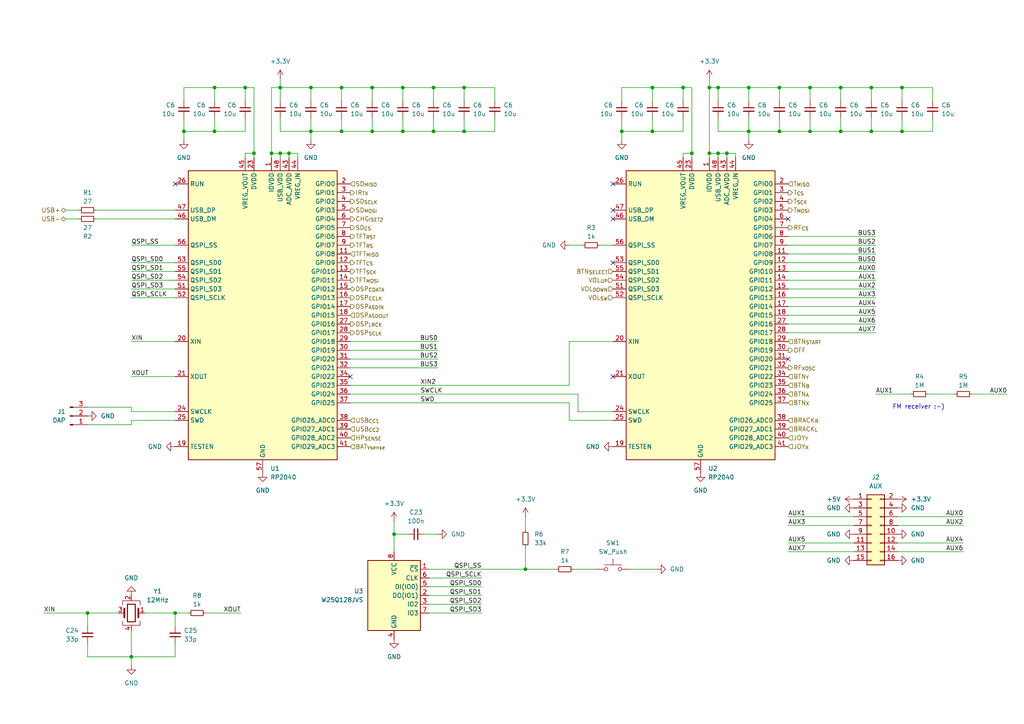
<source format=kicad_sch>
(kicad_sch (version 20250114) (generator "eeschema") (generator_version "9.0")
  (paper "A4")
  (title_block (title "Křeček") (date "2023-12-20") (rev "v0.9-wip") (company "DDM Spirála"))
  (text "FM receiver :-)" (at 266.446 118.11 0) (effects (font (size 1.27 1.27))))
  (junction (at 78.74 44.45))
  (junction (at 198.12 25.4))
  (junction (at 261.62 25.4))
  (junction (at 189.23 25.4))
  (junction (at 116.84 25.4))
  (junction (at 205.74 44.45))
  (junction (at 134.62 25.4))
  (junction (at 125.73 38.1))
  (junction (at 189.23 38.1))
  (junction (at 208.28 25.4))
  (junction (at 71.12 25.4))
  (junction (at 261.62 38.1))
  (junction (at 217.17 38.1))
  (junction (at 234.95 38.1))
  (junction (at 226.06 38.1))
  (junction (at 90.17 25.4))
  (junction (at 226.06 25.4))
  (junction (at 217.17 25.4))
  (junction (at 125.73 25.4))
  (junction (at 107.95 38.1))
  (junction (at 73.66 44.45))
  (junction (at 252.73 38.1))
  (junction (at 210.82 44.45))
  (junction (at 53.34 38.1))
  (junction (at 99.06 38.1))
  (junction (at 205.74 25.4))
  (junction (at 90.17 38.1))
  (junction (at 62.23 25.4))
  (junction (at 208.28 44.45))
  (junction (at 81.28 25.4))
  (junction (at 99.06 25.4))
  (junction (at 81.28 44.45))
  (junction (at 234.95 25.4))
  (junction (at 180.34 38.1))
  (junction (at 107.95 25.4))
  (junction (at 243.84 25.4))
  (junction (at 116.84 38.1))
  (junction (at 38.1 190.5))
  (junction (at 50.8 177.8))
  (junction (at 243.84 38.1))
  (junction (at 62.23 38.1))
  (junction (at 134.62 38.1))
  (junction (at 152.4 165.1))
  (junction (at 114.3 154.94))
  (junction (at 83.82 44.45))
  (junction (at 252.73 25.4))
  (junction (at 25.4 177.8))
  (junction (at 200.66 44.45))
  (no_connect (at 228.6 104.14))
  (no_connect (at 50.8 53.34))
  (no_connect (at 177.8 53.34))
  (no_connect (at 101.6 109.22))
  (no_connect (at 177.8 109.22))
  (no_connect (at 177.8 76.2))
  (no_connect (at 177.8 63.5))
  (no_connect (at 177.8 60.96))
  (no_connect (at 228.6 63.5))
  (wire (pts (xy 228.6 86.36) (xy 254 86.36)))
  (wire (pts (xy 62.23 25.4) (xy 62.23 29.21)))
  (wire (pts (xy 180.34 34.29) (xy 180.34 38.1)))
  (wire (pts (xy 208.28 44.45) (xy 208.28 45.72)))
  (wire (pts (xy 12.7 177.8) (xy 25.4 177.8)))
  (wire (pts (xy 78.74 25.4) (xy 81.28 25.4)))
  (wire (pts (xy 19.05 60.96) (xy 22.86 60.96)))
  (wire (pts (xy 165.1 71.12) (xy 168.91 71.12)))
  (wire (pts (xy 226.06 34.29) (xy 226.06 38.1)))
  (wire (pts (xy 180.34 25.4) (xy 180.34 29.21)))
  (wire (pts (xy 71.12 44.45) (xy 73.66 44.45)))
  (wire (pts (xy 252.73 38.1) (xy 261.62 38.1)))
  (wire (pts (xy 50.8 177.8) (xy 54.61 177.8)))
  (wire (pts (xy 101.6 101.6) (xy 127 101.6)))
  (wire (pts (xy 228.6 91.44) (xy 254 91.44)))
  (wire (pts (xy 228.6 96.52) (xy 254 96.52)))
  (wire (pts (xy 38.1 86.36) (xy 50.8 86.36)))
  (wire (pts (xy 101.6 111.76) (xy 165.1 111.76)))
  (wire (pts (xy 270.51 25.4) (xy 270.51 29.21)))
  (wire (pts (xy 152.4 149.86) (xy 152.4 153.67)))
  (wire (pts (xy 73.66 44.45) (xy 73.66 45.72)))
  (wire (pts (xy 114.3 151.13) (xy 114.3 154.94)))
  (wire (pts (xy 134.62 25.4) (xy 134.62 29.21)))
  (wire (pts (xy 217.17 38.1) (xy 226.06 38.1)))
  (wire (pts (xy 125.73 25.4) (xy 125.73 29.21)))
  (wire (pts (xy 134.62 38.1) (xy 143.51 38.1)))
  (wire (pts (xy 53.34 25.4) (xy 62.23 25.4)))
  (wire (pts (xy 166.37 165.1) (xy 172.72 165.1)))
  (wire (pts (xy 228.6 88.9) (xy 254 88.9)))
  (wire (pts (xy 165.1 99.06) (xy 177.8 99.06)))
  (wire (pts (xy 124.46 175.26) (xy 139.7 175.26)))
  (wire (pts (xy 205.74 44.45) (xy 208.28 44.45)))
  (wire (pts (xy 125.73 34.29) (xy 125.73 38.1)))
  (wire (pts (xy 90.17 40.64) (xy 90.17 38.1)))
  (wire (pts (xy 205.74 44.45) (xy 205.74 45.72)))
  (wire (pts (xy 38.1 83.82) (xy 50.8 83.82)))
  (wire (pts (xy 25.4 118.11) (xy 38.1 118.11)))
  (wire (pts (xy 53.34 34.29) (xy 53.34 38.1)))
  (wire (pts (xy 38.1 119.38) (xy 50.8 119.38)))
  (wire (pts (xy 281.94 114.3) (xy 292.1 114.3)))
  (wire (pts (xy 198.12 45.72) (xy 198.12 44.45)))
  (wire (pts (xy 252.73 25.4) (xy 252.73 29.21)))
  (wire (pts (xy 50.8 121.92) (xy 38.1 121.92)))
  (wire (pts (xy 243.84 34.29) (xy 243.84 38.1)))
  (wire (pts (xy 226.06 25.4) (xy 226.06 29.21)))
  (wire (pts (xy 99.06 25.4) (xy 107.95 25.4)))
  (wire (pts (xy 101.6 116.84) (xy 165.1 116.84)))
  (wire (pts (xy 62.23 34.29) (xy 62.23 38.1)))
  (wire (pts (xy 101.6 114.3) (xy 167.64 114.3)))
  (wire (pts (xy 226.06 38.1) (xy 234.95 38.1)))
  (wire (pts (xy 124.46 177.8) (xy 139.7 177.8)))
  (wire (pts (xy 228.6 71.12) (xy 254 71.12)))
  (wire (pts (xy 200.66 25.4) (xy 200.66 44.45)))
  (wire (pts (xy 228.6 81.28) (xy 254 81.28)))
  (wire (pts (xy 234.95 34.29) (xy 234.95 38.1)))
  (wire (pts (xy 261.62 38.1) (xy 270.51 38.1)))
  (wire (pts (xy 25.4 190.5) (xy 38.1 190.5)))
  (wire (pts (xy 38.1 78.74) (xy 50.8 78.74)))
  (wire (pts (xy 38.1 118.11) (xy 38.1 119.38)))
  (wire (pts (xy 114.3 154.94) (xy 118.11 154.94)))
  (wire (pts (xy 25.4 177.8) (xy 34.29 177.8)))
  (wire (pts (xy 254 114.3) (xy 264.16 114.3)))
  (wire (pts (xy 53.34 38.1) (xy 62.23 38.1)))
  (wire (pts (xy 53.34 40.64) (xy 53.34 38.1)))
  (wire (pts (xy 243.84 25.4) (xy 252.73 25.4)))
  (wire (pts (xy 261.62 34.29) (xy 261.62 38.1)))
  (wire (pts (xy 71.12 25.4) (xy 73.66 25.4)))
  (wire (pts (xy 81.28 44.45) (xy 83.82 44.45)))
  (wire (pts (xy 247.65 149.86) (xy 228.6 149.86)))
  (wire (pts (xy 205.74 25.4) (xy 208.28 25.4)))
  (wire (pts (xy 208.28 25.4) (xy 217.17 25.4)))
  (wire (pts (xy 125.73 25.4) (xy 134.62 25.4)))
  (wire (pts (xy 78.74 44.45) (xy 81.28 44.45)))
  (wire (pts (xy 243.84 38.1) (xy 252.73 38.1)))
  (wire (pts (xy 200.66 44.45) (xy 200.66 45.72)))
  (wire (pts (xy 198.12 25.4) (xy 198.12 29.21)))
  (wire (pts (xy 38.1 193.04) (xy 38.1 190.5)))
  (wire (pts (xy 260.35 149.86) (xy 279.4 149.86)))
  (wire (pts (xy 261.62 25.4) (xy 270.51 25.4)))
  (wire (pts (xy 243.84 25.4) (xy 243.84 29.21)))
  (wire (pts (xy 189.23 25.4) (xy 189.23 29.21)))
  (wire (pts (xy 270.51 34.29) (xy 270.51 38.1)))
  (wire (pts (xy 228.6 78.74) (xy 254 78.74)))
  (wire (pts (xy 165.1 99.06) (xy 165.1 111.76)))
  (wire (pts (xy 50.8 177.8) (xy 50.8 181.61)))
  (wire (pts (xy 101.6 104.14) (xy 127 104.14)))
  (wire (pts (xy 27.94 63.5) (xy 50.8 63.5)))
  (wire (pts (xy 127 154.94) (xy 123.19 154.94)))
  (wire (pts (xy 180.34 25.4) (xy 189.23 25.4)))
  (wire (pts (xy 107.95 34.29) (xy 107.95 38.1)))
  (wire (pts (xy 107.95 38.1) (xy 116.84 38.1)))
  (wire (pts (xy 101.6 99.06) (xy 127 99.06)))
  (wire (pts (xy 38.1 81.28) (xy 50.8 81.28)))
  (wire (pts (xy 38.1 190.5) (xy 38.1 182.88)))
  (wire (pts (xy 217.17 34.29) (xy 217.17 38.1)))
  (wire (pts (xy 116.84 34.29) (xy 116.84 38.1)))
  (wire (pts (xy 177.8 121.92) (xy 165.1 121.92)))
  (wire (pts (xy 71.12 45.72) (xy 71.12 44.45)))
  (wire (pts (xy 99.06 34.29) (xy 99.06 38.1)))
  (wire (pts (xy 143.51 25.4) (xy 143.51 29.21)))
  (wire (pts (xy 99.06 38.1) (xy 107.95 38.1)))
  (wire (pts (xy 247.65 157.48) (xy 228.6 157.48)))
  (wire (pts (xy 134.62 34.29) (xy 134.62 38.1)))
  (wire (pts (xy 124.46 170.18) (xy 139.7 170.18)))
  (wire (pts (xy 165.1 121.92) (xy 165.1 116.84)))
  (wire (pts (xy 81.28 25.4) (xy 90.17 25.4)))
  (wire (pts (xy 217.17 40.64) (xy 217.17 38.1)))
  (wire (pts (xy 226.06 25.4) (xy 234.95 25.4)))
  (wire (pts (xy 217.17 25.4) (xy 217.17 29.21)))
  (wire (pts (xy 260.35 160.02) (xy 279.4 160.02)))
  (wire (pts (xy 38.1 190.5) (xy 50.8 190.5)))
  (wire (pts (xy 208.28 44.45) (xy 210.82 44.45)))
  (wire (pts (xy 62.23 38.1) (xy 71.12 38.1)))
  (wire (pts (xy 41.91 177.8) (xy 50.8 177.8)))
  (wire (pts (xy 228.6 68.58) (xy 254 68.58)))
  (wire (pts (xy 25.4 177.8) (xy 25.4 181.61)))
  (wire (pts (xy 107.95 25.4) (xy 116.84 25.4)))
  (wire (pts (xy 180.34 40.64) (xy 180.34 38.1)))
  (wire (pts (xy 208.28 25.4) (xy 208.28 29.21)))
  (wire (pts (xy 180.34 38.1) (xy 189.23 38.1)))
  (wire (pts (xy 38.1 121.92) (xy 38.1 123.19)))
  (wire (pts (xy 261.62 25.4) (xy 261.62 29.21)))
  (wire (pts (xy 81.28 38.1) (xy 90.17 38.1)))
  (wire (pts (xy 234.95 25.4) (xy 243.84 25.4)))
  (wire (pts (xy 116.84 25.4) (xy 116.84 29.21)))
  (wire (pts (xy 90.17 38.1) (xy 99.06 38.1)))
  (wire (pts (xy 217.17 25.4) (xy 226.06 25.4)))
  (wire (pts (xy 50.8 186.69) (xy 50.8 190.5)))
  (wire (pts (xy 210.82 44.45) (xy 213.36 44.45)))
  (wire (pts (xy 189.23 34.29) (xy 189.23 38.1)))
  (wire (pts (xy 252.73 34.29) (xy 252.73 38.1)))
  (wire (pts (xy 116.84 38.1) (xy 125.73 38.1)))
  (wire (pts (xy 25.4 186.69) (xy 25.4 190.5)))
  (wire (pts (xy 53.34 25.4) (xy 53.34 29.21)))
  (wire (pts (xy 38.1 123.19) (xy 25.4 123.19)))
  (wire (pts (xy 228.6 93.98) (xy 254 93.98)))
  (wire (pts (xy 81.28 44.45) (xy 81.28 45.72)))
  (wire (pts (xy 228.6 83.82) (xy 254 83.82)))
  (wire (pts (xy 228.6 76.2) (xy 254 76.2)))
  (wire (pts (xy 62.23 25.4) (xy 71.12 25.4)))
  (wire (pts (xy 90.17 25.4) (xy 99.06 25.4)))
  (wire (pts (xy 107.95 25.4) (xy 107.95 29.21)))
  (wire (pts (xy 124.46 167.64) (xy 139.7 167.64)))
  (wire (pts (xy 86.36 45.72) (xy 86.36 44.45)))
  (wire (pts (xy 228.6 73.66) (xy 254 73.66)))
  (wire (pts (xy 73.66 25.4) (xy 73.66 44.45)))
  (wire (pts (xy 260.35 157.48) (xy 279.4 157.48)))
  (wire (pts (xy 125.73 38.1) (xy 134.62 38.1)))
  (wire (pts (xy 116.84 25.4) (xy 125.73 25.4)))
  (wire (pts (xy 252.73 25.4) (xy 261.62 25.4)))
  (wire (pts (xy 124.46 165.1) (xy 152.4 165.1)))
  (wire (pts (xy 90.17 25.4) (xy 90.17 29.21)))
  (wire (pts (xy 205.74 22.86) (xy 205.74 25.4)))
  (wire (pts (xy 59.69 177.8) (xy 69.85 177.8)))
  (wire (pts (xy 182.88 165.1) (xy 190.5 165.1)))
  (wire (pts (xy 205.74 25.4) (xy 205.74 44.45)))
  (wire (pts (xy 90.17 34.29) (xy 90.17 38.1)))
  (wire (pts (xy 152.4 158.75) (xy 152.4 165.1)))
  (wire (pts (xy 38.1 99.06) (xy 50.8 99.06)))
  (wire (pts (xy 81.28 34.29) (xy 81.28 38.1)))
  (wire (pts (xy 269.24 114.3) (xy 276.86 114.3)))
  (wire (pts (xy 247.65 152.4) (xy 228.6 152.4)))
  (wire (pts (xy 38.1 71.12) (xy 50.8 71.12)))
  (wire (pts (xy 189.23 25.4) (xy 198.12 25.4)))
  (wire (pts (xy 167.64 114.3) (xy 167.64 119.38)))
  (wire (pts (xy 260.35 152.4) (xy 279.4 152.4)))
  (wire (pts (xy 134.62 25.4) (xy 143.51 25.4)))
  (wire (pts (xy 38.1 76.2) (xy 50.8 76.2)))
  (wire (pts (xy 173.99 71.12) (xy 177.8 71.12)))
  (wire (pts (xy 99.06 25.4) (xy 99.06 29.21)))
  (wire (pts (xy 81.28 22.86) (xy 81.28 25.4)))
  (wire (pts (xy 71.12 34.29) (xy 71.12 38.1)))
  (wire (pts (xy 78.74 25.4) (xy 78.74 44.45)))
  (wire (pts (xy 71.12 25.4) (xy 71.12 29.21)))
  (wire (pts (xy 167.64 119.38) (xy 177.8 119.38)))
  (wire (pts (xy 208.28 34.29) (xy 208.28 38.1)))
  (wire (pts (xy 198.12 44.45) (xy 200.66 44.45)))
  (wire (pts (xy 234.95 25.4) (xy 234.95 29.21)))
  (wire (pts (xy 83.82 44.45) (xy 83.82 45.72)))
  (wire (pts (xy 78.74 44.45) (xy 78.74 45.72)))
  (wire (pts (xy 143.51 34.29) (xy 143.51 38.1)))
  (wire (pts (xy 83.82 44.45) (xy 86.36 44.45)))
  (wire (pts (xy 198.12 34.29) (xy 198.12 38.1)))
  (wire (pts (xy 247.65 160.02) (xy 228.6 160.02)))
  (wire (pts (xy 210.82 44.45) (xy 210.82 45.72)))
  (wire (pts (xy 124.46 172.72) (xy 139.7 172.72)))
  (wire (pts (xy 198.12 25.4) (xy 200.66 25.4)))
  (wire (pts (xy 27.94 60.96) (xy 50.8 60.96)))
  (wire (pts (xy 234.95 38.1) (xy 243.84 38.1)))
  (wire (pts (xy 208.28 38.1) (xy 217.17 38.1)))
  (wire (pts (xy 101.6 106.68) (xy 127 106.68)))
  (wire (pts (xy 38.1 109.22) (xy 50.8 109.22)))
  (wire (pts (xy 114.3 154.94) (xy 114.3 160.02)))
  (wire (pts (xy 19.05 63.5) (xy 22.86 63.5)))
  (wire (pts (xy 152.4 165.1) (xy 161.29 165.1)))
  (wire (pts (xy 213.36 45.72) (xy 213.36 44.45)))
  (wire (pts (xy 81.28 25.4) (xy 81.28 29.21)))
  (wire (pts (xy 189.23 38.1) (xy 198.12 38.1)))
  (label "AUX0" (at 292.1 114.3 180))
  (label "QSPI_SS" (at 38.1 71.12 0))
  (label "AUX0" (at 279.4 149.86 180))
  (label "SWD" (at 121.92 116.84 0))
  (label "QSPI_SCLK" (at 38.1 86.36 0))
  (label "BUS0" (at 254 76.2 180))
  (label "AUX4" (at 254 88.9 180))
  (label "QSPI_SD0" (at 38.1 76.2 0))
  (label "AUX6" (at 279.4 160.02 180))
  (label "AUX3" (at 254 86.36 180))
  (label "AUX5" (at 228.6 157.48 0))
  (label "BUS3" (at 127 106.68 180))
  (label "AUX2" (at 279.4 152.4 180))
  (label "BUS1" (at 127 101.6 180))
  (label "BUS2" (at 127 104.14 180))
  (label "XOUT" (at 38.1 109.22 0))
  (label "QSPI_SD0" (at 139.7 170.18 180))
  (label "AUX1" (at 228.6 149.86 0))
  (label "AUX3" (at 228.6 152.4 0))
  (label "XIN" (at 12.7 177.8 0))
  (label "AUX4" (at 279.4 157.48 180))
  (label "AUX7" (at 254 96.52 180))
  (label "AUX6" (at 254 93.98 180))
  (label "BUS0" (at 127 99.06 180))
  (label "XIN2" (at 121.92 111.76 0))
  (label "QSPI_SD3" (at 139.7 177.8 180))
  (label "QSPI_SD2" (at 38.1 81.28 0))
  (label "BUS1" (at 254 73.66 180))
  (label "AUX7" (at 228.6 160.02 0))
  (label "AUX2" (at 254 83.82 180))
  (label "BUS3" (at 254 68.58 180))
  (label "BUS2" (at 254 71.12 180))
  (label "AUX5" (at 254 91.44 180))
  (label "AUX1" (at 254 114.3 0))
  (label "QSPI_SD2" (at 139.7 175.26 180))
  (label "QSPI_SD1" (at 139.7 172.72 180))
  (label "AUX0" (at 254 78.74 180))
  (label "QSPI_SCLK" (at 139.7 167.64 180))
  (label "AUX1" (at 254 81.28 180))
  (label "SWCLK" (at 121.92 114.3 0))
  (label "QSPI_SD1" (at 38.1 78.74 0))
  (label "QSPI_SD3" (at 38.1 83.82 0))
  (label "QSPI_SS" (at 139.7 165.1 180))
  (label "XOUT" (at 69.85 177.8 180))
  (label "XIN" (at 38.1 99.06 0))
  (hierarchical_label "SD_{MISO}" (shape input) (at 101.6 53.34 0))
  (hierarchical_label "JOY_{Y}" (shape input) (at 228.6 127 0))
  (hierarchical_label "BTN_{SELECT}" (shape input) (at 177.8 78.74 180))
  (hierarchical_label "IR_{TX}" (shape output) (at 101.6 55.88 0))
  (hierarchical_label "BRACK_{L}" (shape input) (at 228.6 124.46 0))
  (hierarchical_label "VOL_{UP}" (shape input) (at 177.8 81.28 180))
  (hierarchical_label "DSP_{ASDOUT}" (shape input) (at 101.6 91.44 0))
  (hierarchical_label "BTN_{Y}" (shape input) (at 228.6 109.22 0))
  (hierarchical_label "JOY_{X}" (shape input) (at 228.6 129.54 0))
  (hierarchical_label "BTN_{A}" (shape input) (at 228.6 114.3 0))
  (hierarchical_label "USB_{CC1}" (shape input) (at 101.6 121.92 0))
  (hierarchical_label "BTN_{START}" (shape input) (at 228.6 99.06 0))
  (hierarchical_label "USB-" (shape bidirectional) (at 19.05 63.5 180))
  (hierarchical_label "DSP_{CCLK}" (shape output) (at 101.6 86.36 0))
  (hierarchical_label "CHG_{ISET2}" (shape output) (at 101.6 63.5 0))
  (hierarchical_label "USB+" (shape bidirectional) (at 19.05 60.96 180))
  (hierarchical_label "DSP_{SCLK}" (shape output) (at 101.6 96.52 0))
  (hierarchical_label "BAT_{Vsense}" (shape input) (at 101.6 129.54 0))
  (hierarchical_label "T_{MISO}" (shape input) (at 228.6 53.34 0))
  (hierarchical_label "OFF" (shape output) (at 228.6 101.6 0))
  (hierarchical_label "T_{SCK}" (shape output) (at 228.6 58.42 0))
  (hierarchical_label "TFT_{RST}" (shape output) (at 101.6 68.58 0))
  (hierarchical_label "TFT_{CS}" (shape output) (at 101.6 76.2 0))
  (hierarchical_label "SD_{CS}" (shape output) (at 101.6 66.04 0))
  (hierarchical_label "DSP_{ASDIN}" (shape output) (at 101.6 88.9 0))
  (hierarchical_label "BTN_{X}" (shape input) (at 228.6 116.84 0))
  (hierarchical_label "USB_{CC2}" (shape input) (at 101.6 124.46 0))
  (hierarchical_label "TFT_{MISO}" (shape input) (at 101.6 73.66 0))
  (hierarchical_label "TFT_{MOSI}" (shape output) (at 101.6 81.28 0))
  (hierarchical_label "VOL_{SW}" (shape input) (at 177.8 86.36 180))
  (hierarchical_label "T_{CS}" (shape output) (at 228.6 55.88 0))
  (hierarchical_label "SD_{MOSI}" (shape output) (at 101.6 60.96 0))
  (hierarchical_label "BRACK_{R}" (shape input) (at 228.6 121.92 0))
  (hierarchical_label "RF_{XOSC}" (shape output) (at 228.6 106.68 0))
  (hierarchical_label "TFT_{SCK}" (shape output) (at 101.6 78.74 0))
  (hierarchical_label "BTN_{B}" (shape input) (at 228.6 111.76 0))
  (hierarchical_label "SD_{SCLK}" (shape output) (at 101.6 58.42 0))
  (hierarchical_label "HP_{SENSE}" (shape input) (at 101.6 127 0))
  (hierarchical_label "DSP_{CDATA}" (shape bidirectional) (at 101.6 83.82 0))
  (hierarchical_label "TFT_{RS}" (shape output) (at 101.6 71.12 0))
  (hierarchical_label "T_{MOSI}" (shape output) (at 228.6 60.96 0))
  (hierarchical_label "RF_{CS}" (shape output) (at 228.6 66.04 0))
  (hierarchical_label "DSP_{LRCK}" (shape output) (at 101.6 93.98 0))
  (hierarchical_label "VOL_{DOWN}" (shape input) (at 177.8 83.82 180))
  (symbol (lib_id "Device:Crystal_GND24") (at 38.1 177.8 0) (mirror y) (unit 1)
    (property "Reference" "Y1" (at 45.72 171.4814 0))
    (property "Value" "12MHz" (at 45.72 174.0214 0))
    (property "Footprint" "LCSC:OSC-SMD_4P-L3.2-W2.5-BL" (effects (hide yes)))
    (property "Description" "Four pin crystal, GND on pins 2 and 4" (effects (hide yes)))
    (property "LCSC Part" "C9002" (effects (hide yes)))
  )
  (symbol (lib_id "Device:R_Small") (at 163.83 165.1 90) (unit 1)
    (property "Reference" "R7" (at 163.83 160.02 90))
    (property "Value" "1k" (at 163.83 162.56 90))
    (property "Footprint" "Resistor_SMD:R_0402_1005Metric" (effects (hide yes)))
    (property "Description" "Resistor, small symbol" (effects (hide yes)))
    (property "LCSC Part" "C11702" (effects (hide yes)))
  )
  (symbol (lib_id "power:GND") (at 260.35 154.94 90) (mirror x) (unit 1)
    (property "Reference" "#PWR021" (effects (hide yes)))
    (property "Value" "GND" (at 264.16 154.94 90) (effects (justify right)))
    (property "Description" "Power symbol creates a global label with name \"GND\" , ground" (effects (hide yes)))
  )
  (symbol (lib_id "power:GND") (at 247.65 154.94 270) (unit 1)
    (property "Reference" "#PWR020" (effects (hide yes)))
    (property "Value" "GND" (at 243.84 154.94 90) (effects (justify right)))
    (property "Description" "Power symbol creates a global label with name \"GND\" , ground" (effects (hide yes)))
  )
  (symbol (lib_id "power:GND") (at 260.35 162.56 90) (mirror x) (unit 1)
    (property "Reference" "#PWR023" (effects (hide yes)))
    (property "Value" "GND" (at 264.16 162.56 90) (effects (justify right)))
    (property "Description" "Power symbol creates a global label with name \"GND\" , ground" (effects (hide yes)))
  )
  (symbol (lib_id "Device:C_Small") (at 62.23 31.75 0) (mirror y) (unit 1)
    (property "Reference" "C2" (at 59.69 30.4863 0) (effects (justify left)))
    (property "Value" "10u" (at 59.69 33.0263 0) (effects (justify left)))
    (property "Footprint" "Capacitor_SMD:C_0402_1005Metric" (effects (hide yes)))
    (property "Description" "Unpolarized capacitor, small symbol" (effects (hide yes)))
    (property "LCSC Part" "C15525" (effects (hide yes)))
    (instances (project "barbecue" (path "" (reference "C6") (unit 1))) (project "bento-vna" (path "" (reference "C2") (unit 1))) (project "pipi" (path "" (reference "C2") (unit 1)) (path "" (reference "C2") (unit 1)) (path "" (reference "C2") (unit 1))) (project "pipi" (path "" (reference "C2") (unit 1))) (project "krecek" (path "" (reference "C2") (unit 1))))
  )
  (symbol (lib_id "power:GND") (at 90.17 40.64 0) (mirror y) (unit 1)
    (property "Reference" "#PWR04" (effects (hide yes)))
    (property "Value" "GND" (at 90.17 45.72 0))
    (property "Description" "Power symbol creates a global label with name \"GND\" , ground" (effects (hide yes)))
    (instances (project "barbecue" (path "" (reference "#PWR0132") (unit 1))) (project "bento-vna" (path "" (reference "#PWR06") (unit 1))) (project "pipi" (path "" (reference "#PWR05") (unit 1)) (path "" (reference "#PWR05") (unit 1)) (path "" (reference "#PWR05") (unit 1))) (project "pipi" (path "" (reference "#PWR07") (unit 1))) (project "krecek" (path "" (reference "#PWR04") (unit 1))))
  )
  (symbol (lib_id "power:GND") (at 25.4 120.65 90) (unit 1)
    (property "Reference" "#PWR08" (effects (hide yes)))
    (property "Value" "GND" (at 29.21 120.65 90) (effects (justify right)))
    (property "Description" "Power symbol creates a global label with name \"GND\" , ground" (effects (hide yes)))
  )
  (symbol (lib_id "power:GND") (at 190.5 165.1 90) (unit 1)
    (property "Reference" "#PWR024" (effects (hide yes)))
    (property "Value" "GND" (at 194.31 165.1 90) (effects (justify right)))
    (property "Description" "Power symbol creates a global label with name \"GND\" , ground" (effects (hide yes)))
  )
  (symbol (lib_id "Device:C_Small") (at 81.28 31.75 0) (mirror y) (unit 1)
    (property "Reference" "C4" (at 83.82 30.4863 0) (effects (justify right)))
    (property "Value" "10u" (at 83.82 33.0263 0) (effects (justify right)))
    (property "Footprint" "Capacitor_SMD:C_0402_1005Metric" (effects (hide yes)))
    (property "Description" "Unpolarized capacitor, small symbol" (effects (hide yes)))
    (property "LCSC Part" "C15525" (effects (hide yes)))
    (instances (project "barbecue" (path "" (reference "C6") (unit 1))) (project "bento-vna" (path "" (reference "C2") (unit 1))) (project "pipi" (path "" (reference "C2") (unit 1)) (path "" (reference "C2") (unit 1)) (path "" (reference "C2") (unit 1))) (project "pipi" (path "" (reference "C2") (unit 1))) (project "krecek" (path "" (reference "C4") (unit 1))))
  )
  (symbol (lib_id "power:GND") (at 76.2 137.16 0) (unit 1)
    (property "Reference" "#PWR011" (effects (hide yes)))
    (property "Value" "GND" (at 76.2 142.24 0))
    (property "Description" "Power symbol creates a global label with name \"GND\" , ground" (effects (hide yes)))
  )
  (symbol (lib_id "power:GND") (at 50.8 129.54 270) (unit 1)
    (property "Reference" "#PWR09" (effects (hide yes)))
    (property "Value" "GND" (at 46.99 129.54 90) (effects (justify right)))
    (property "Description" "Power symbol creates a global label with name \"GND\" , ground" (effects (hide yes)))
  )
  (symbol (lib_id "Memory_Flash:W25Q128JVS") (at 114.3 172.72 0) (mirror y) (unit 1)
    (property "Reference" "U3" (at 105.41 171.45 0) (effects (justify left)))
    (property "Value" "W25Q128JVS" (at 105.41 173.99 0) (effects (justify left)))
    (property "Footprint" "Package_SO:SOIC-8_5.23x5.23mm_P1.27mm" (effects (hide yes)))
    (property "Datasheet" "https://www.winbond.com/resource-files/w25q128jv_dtr%20revc%2003272018%20plus.pdf" (effects (hide yes)))
    (property "Description" "128Mb Serial Flash Memory, Standard/Dual/Quad SPI, SOIC-8" (effects (hide yes)))
    (property "LCSC Part" "C97521" (effects (hide yes)))
  )
  (symbol (lib_id "power:GND") (at 180.34 40.64 0) (mirror y) (unit 1)
    (property "Reference" "#PWR05" (effects (hide yes)))
    (property "Value" "GND" (at 180.34 45.72 0))
    (property "Description" "Power symbol creates a global label with name \"GND\" , ground" (effects (hide yes)))
    (instances (project "barbecue" (path "" (reference "#PWR0132") (unit 1))) (project "bento-vna" (path "" (reference "#PWR05") (unit 1))) (project "pipi" (path "" (reference "#PWR04") (unit 1)) (path "" (reference "#PWR04") (unit 1)) (path "" (reference "#PWR04") (unit 1))) (project "pipi" (path "" (reference "#PWR06") (unit 1))) (project "krecek" (path "" (reference "#PWR05") (unit 1))))
  )
  (symbol (lib_id "power:+3.3V") (at 205.74 22.86 0) (unit 1)
    (property "Reference" "#PWR02" (effects (hide yes)))
    (property "Value" "+3.3V" (at 205.74 17.78 0))
    (property "Description" "Power symbol creates a global label with name \"+3.3V\"" (effects (hide yes)))
  )
  (symbol (lib_id "Device:C_Small") (at 243.84 31.75 0) (mirror y) (unit 1)
    (property "Reference" "C19" (at 246.38 30.4863 0) (effects (justify right)))
    (property "Value" "10u" (at 246.38 33.0263 0) (effects (justify right)))
    (property "Footprint" "Capacitor_SMD:C_0402_1005Metric" (effects (hide yes)))
    (property "Description" "Unpolarized capacitor, small symbol" (effects (hide yes)))
    (property "LCSC Part" "C15525" (effects (hide yes)))
    (instances (project "barbecue" (path "" (reference "C6") (unit 1))) (project "bento-vna" (path "" (reference "C2") (unit 1))) (project "pipi" (path "" (reference "C2") (unit 1)) (path "" (reference "C2") (unit 1)) (path "" (reference "C2") (unit 1))) (project "pipi" (path "" (reference "C2") (unit 1))) (project "krecek" (path "" (reference "C19") (unit 1))))
  )
  (symbol (lib_id "MCU_RaspberryPi:RP2040") (at 203.2 91.44 0) (unit 1)
    (property "Reference" "U2" (at 205.3941 135.89 0) (effects (justify left)))
    (property "Value" "RP2040" (at 205.3941 138.43 0) (effects (justify left)))
    (property "Footprint" "Package_DFN_QFN:QFN-56-1EP_7x7mm_P0.4mm_EP3.2x3.2mm" (effects (hide yes)))
    (property "Datasheet" "https://datasheets.raspberrypi.com/rp2040/rp2040-datasheet.pdf" (effects (hide yes)))
    (property "Description" "A microcontroller by Raspberry Pi" (effects (hide yes)))
    (property "LCSC Part" "C2040" (effects (hide yes)))
  )
  (symbol (lib_id "power:GND") (at 247.65 162.56 270) (unit 1)
    (property "Reference" "#PWR022" (effects (hide yes)))
    (property "Value" "GND" (at 243.84 162.56 90) (effects (justify right)))
    (property "Description" "Power symbol creates a global label with name \"GND\" , ground" (effects (hide yes)))
  )
  (symbol (lib_id "Device:C_Small") (at 50.8 184.15 180) (unit 1)
    (property "Reference" "C25" (at 53.34 182.8736 0) (effects (justify right)))
    (property "Value" "33p" (at 53.34 185.4136 0) (effects (justify right)))
    (property "Footprint" "Capacitor_SMD:C_0402_1005Metric" (effects (hide yes)))
    (property "Description" "Unpolarized capacitor, small symbol" (effects (hide yes)))
    (property "LCSC Part" "C1562" (effects (hide yes)))
  )
  (symbol (lib_id "Connector:Conn_01x03_Pin") (at 20.32 120.65 0) (mirror x) (unit 1)
    (property "Reference" "J1" (at 19.05 119.38 0) (effects (justify right)))
    (property "Value" "DAP" (at 19.05 121.92 0) (effects (justify right)))
    (property "Footprint" "Connector_PinHeader_2.54mm:PinHeader_1x03_P2.54mm_Vertical" (effects (hide yes)))
    (property "Description" "Generic connector, single row, 01x03, script generated" (effects (hide yes)))
  )
  (symbol (lib_id "power:GND") (at 247.65 147.32 270) (unit 1)
    (property "Reference" "#PWR015" (effects (hide yes)))
    (property "Value" "GND" (at 243.84 147.32 90) (effects (justify right)))
    (property "Description" "Power symbol creates a global label with name \"GND\" , ground" (effects (hide yes)))
  )
  (symbol (lib_id "Device:C_Small") (at 134.62 31.75 0) (mirror y) (unit 1)
    (property "Reference" "C10" (at 137.16 30.4863 0) (effects (justify right)))
    (property "Value" "10u" (at 137.16 33.0263 0) (effects (justify right)))
    (property "Footprint" "Capacitor_SMD:C_0402_1005Metric" (effects (hide yes)))
    (property "Description" "Unpolarized capacitor, small symbol" (effects (hide yes)))
    (property "LCSC Part" "C15525" (effects (hide yes)))
    (instances (project "barbecue" (path "" (reference "C6") (unit 1))) (project "bento-vna" (path "" (reference "C2") (unit 1))) (project "pipi" (path "" (reference "C2") (unit 1)) (path "" (reference "C2") (unit 1)) (path "" (reference "C2") (unit 1))) (project "pipi" (path "" (reference "C2") (unit 1))) (project "krecek" (path "" (reference "C10") (unit 1))))
  )
  (symbol (lib_id "Device:C_Small") (at 180.34 31.75 0) (mirror y) (unit 1)
    (property "Reference" "C12" (at 177.8 30.4863 0) (effects (justify left)))
    (property "Value" "10u" (at 177.8 33.0263 0) (effects (justify left)))
    (property "Footprint" "Capacitor_SMD:C_0402_1005Metric" (effects (hide yes)))
    (property "Description" "Unpolarized capacitor, small symbol" (effects (hide yes)))
    (property "LCSC Part" "C15525" (effects (hide yes)))
    (instances (project "barbecue" (path "" (reference "C6") (unit 1))) (project "bento-vna" (path "" (reference "C2") (unit 1))) (project "pipi" (path "" (reference "C2") (unit 1)) (path "" (reference "C2") (unit 1)) (path "" (reference "C2") (unit 1))) (project "pipi" (path "" (reference "C2") (unit 1))) (project "krecek" (path "" (reference "C12") (unit 1))))
  )
  (symbol (lib_id "Device:C_Small") (at 208.28 31.75 0) (mirror y) (unit 1)
    (property "Reference" "C15" (at 210.82 30.4863 0) (effects (justify right)))
    (property "Value" "10u" (at 210.82 33.0263 0) (effects (justify right)))
    (property "Footprint" "Capacitor_SMD:C_0402_1005Metric" (effects (hide yes)))
    (property "Description" "Unpolarized capacitor, small symbol" (effects (hide yes)))
    (property "LCSC Part" "C15525" (effects (hide yes)))
    (instances (project "barbecue" (path "" (reference "C6") (unit 1))) (project "bento-vna" (path "" (reference "C2") (unit 1))) (project "pipi" (path "" (reference "C2") (unit 1)) (path "" (reference "C2") (unit 1)) (path "" (reference "C2") (unit 1))) (project "pipi" (path "" (reference "C2") (unit 1))) (project "krecek" (path "" (reference "C15") (unit 1))))
  )
  (symbol (lib_id "Device:C_Small") (at 90.17 31.75 0) (mirror y) (unit 1)
    (property "Reference" "C5" (at 92.71 30.4863 0) (effects (justify right)))
    (property "Value" "10u" (at 92.71 33.0263 0) (effects (justify right)))
    (property "Footprint" "Capacitor_SMD:C_0402_1005Metric" (effects (hide yes)))
    (property "Description" "Unpolarized capacitor, small symbol" (effects (hide yes)))
    (property "LCSC Part" "C15525" (effects (hide yes)))
    (instances (project "barbecue" (path "" (reference "C6") (unit 1))) (project "bento-vna" (path "" (reference "C2") (unit 1))) (project "pipi" (path "" (reference "C2") (unit 1)) (path "" (reference "C2") (unit 1)) (path "" (reference "C2") (unit 1))) (project "pipi" (path "" (reference "C2") (unit 1))) (project "krecek" (path "" (reference "C5") (unit 1))))
  )
  (symbol (lib_id "Device:C_Small") (at 125.73 31.75 0) (mirror y) (unit 1)
    (property "Reference" "C9" (at 128.27 30.4863 0) (effects (justify right)))
    (property "Value" "10u" (at 128.27 33.0263 0) (effects (justify right)))
    (property "Footprint" "Capacitor_SMD:C_0402_1005Metric" (effects (hide yes)))
    (property "Description" "Unpolarized capacitor, small symbol" (effects (hide yes)))
    (property "LCSC Part" "C15525" (effects (hide yes)))
    (instances (project "barbecue" (path "" (reference "C6") (unit 1))) (project "bento-vna" (path "" (reference "C2") (unit 1))) (project "pipi" (path "" (reference "C2") (unit 1)) (path "" (reference "C2") (unit 1)) (path "" (reference "C2") (unit 1))) (project "pipi" (path "" (reference "C2") (unit 1))) (project "krecek" (path "" (reference "C9") (unit 1))))
  )
  (symbol (lib_id "power:GND") (at 38.1 193.04 0) (mirror y) (unit 1)
    (property "Reference" "#PWR027" (effects (hide yes)))
    (property "Value" "GND" (at 38.1 198.12 0))
    (property "Description" "Power symbol creates a global label with name \"GND\" , ground" (effects (hide yes)))
  )
  (symbol (lib_id "Device:R_Small") (at 57.15 177.8 90) (unit 1)
    (property "Reference" "R8" (at 57.15 172.72 90))
    (property "Value" "1k" (at 57.15 175.26 90))
    (property "Footprint" "Resistor_SMD:R_0402_1005Metric" (effects (hide yes)))
    (property "Description" "Resistor, small symbol" (effects (hide yes)))
    (property "LCSC Part" "C11702" (effects (hide yes)))
  )
  (symbol (lib_id "Device:C_Small") (at 120.65 154.94 90) (unit 1)
    (property "Reference" "C23" (at 120.6563 148.59 90))
    (property "Value" "100n" (at 120.6563 151.13 90))
    (property "Footprint" "Capacitor_SMD:C_0402_1005Metric" (effects (hide yes)))
    (property "Description" "Unpolarized capacitor, small symbol" (effects (hide yes)))
    (property "LCSC Part" "C307331" (effects (hide yes)))
  )
  (symbol (lib_id "power:+3.3V") (at 152.4 149.86 0) (unit 1)
    (property "Reference" "#PWR017" (effects (hide yes)))
    (property "Value" "+3.3V" (at 152.4 144.78 0))
    (property "Description" "Power symbol creates a global label with name \"+3.3V\"" (effects (hide yes)))
  )
  (symbol (lib_id "Device:C_Small") (at 261.62 31.75 0) (mirror y) (unit 1)
    (property "Reference" "C21" (at 264.16 30.4863 0) (effects (justify right)))
    (property "Value" "10u" (at 264.16 33.0263 0) (effects (justify right)))
    (property "Footprint" "Capacitor_SMD:C_0402_1005Metric" (effects (hide yes)))
    (property "Description" "Unpolarized capacitor, small symbol" (effects (hide yes)))
    (property "LCSC Part" "C15525" (effects (hide yes)))
    (instances (project "barbecue" (path "" (reference "C6") (unit 1))) (project "bento-vna" (path "" (reference "C2") (unit 1))) (project "pipi" (path "" (reference "C2") (unit 1)) (path "" (reference "C2") (unit 1)) (path "" (reference "C2") (unit 1))) (project "pipi" (path "" (reference "C2") (unit 1))) (project "krecek" (path "" (reference "C21") (unit 1))))
  )
  (symbol (lib_id "power:GND") (at 177.8 129.54 270) (unit 1)
    (property "Reference" "#PWR010" (effects (hide yes)))
    (property "Value" "GND" (at 173.99 129.54 90) (effects (justify right)))
    (property "Description" "Power symbol creates a global label with name \"GND\" , ground" (effects (hide yes)))
  )
  (symbol (lib_id "power:GND") (at 53.34 40.64 0) (mirror y) (unit 1)
    (property "Reference" "#PWR03" (effects (hide yes)))
    (property "Value" "GND" (at 53.34 45.72 0))
    (property "Description" "Power symbol creates a global label with name \"GND\" , ground" (effects (hide yes)))
    (instances (project "barbecue" (path "" (reference "#PWR0132") (unit 1))) (project "bento-vna" (path "" (reference "#PWR05") (unit 1))) (project "pipi" (path "" (reference "#PWR04") (unit 1)) (path "" (reference "#PWR04") (unit 1)) (path "" (reference "#PWR04") (unit 1))) (project "pipi" (path "" (reference "#PWR06") (unit 1))) (project "krecek" (path "" (reference "#PWR03") (unit 1))))
  )
  (symbol (lib_id "Device:C_Small") (at 252.73 31.75 0) (mirror y) (unit 1)
    (property "Reference" "C20" (at 255.27 30.4863 0) (effects (justify right)))
    (property "Value" "10u" (at 255.27 33.0263 0) (effects (justify right)))
    (property "Footprint" "Capacitor_SMD:C_0402_1005Metric" (effects (hide yes)))
    (property "Description" "Unpolarized capacitor, small symbol" (effects (hide yes)))
    (property "LCSC Part" "C15525" (effects (hide yes)))
    (instances (project "barbecue" (path "" (reference "C6") (unit 1))) (project "bento-vna" (path "" (reference "C2") (unit 1))) (project "pipi" (path "" (reference "C2") (unit 1)) (path "" (reference "C2") (unit 1)) (path "" (reference "C2") (unit 1))) (project "pipi" (path "" (reference "C2") (unit 1))) (project "krecek" (path "" (reference "C20") (unit 1))))
  )
  (symbol (lib_id "Device:C_Small") (at 270.51 31.75 0) (mirror y) (unit 1)
    (property "Reference" "C22" (at 273.05 30.4863 0) (effects (justify right)))
    (property "Value" "10u" (at 273.05 33.0263 0) (effects (justify right)))
    (property "Footprint" "Capacitor_SMD:C_0402_1005Metric" (effects (hide yes)))
    (property "Description" "Unpolarized capacitor, small symbol" (effects (hide yes)))
    (property "LCSC Part" "C15525" (effects (hide yes)))
    (instances (project "barbecue" (path "" (reference "C6") (unit 1))) (project "bento-vna" (path "" (reference "C2") (unit 1))) (project "pipi" (path "" (reference "C2") (unit 1)) (path "" (reference "C2") (unit 1)) (path "" (reference "C2") (unit 1))) (project "pipi" (path "" (reference "C2") (unit 1))) (project "krecek" (path "" (reference "C22") (unit 1))))
  )
  (symbol (lib_id "power:+3.3V") (at 81.28 22.86 0) (unit 1)
    (property "Reference" "#PWR01" (effects (hide yes)))
    (property "Value" "+3.3V" (at 81.28 17.78 0))
    (property "Description" "Power symbol creates a global label with name \"+3.3V\"" (effects (hide yes)))
  )
  (symbol (lib_id "Device:C_Small") (at 25.4 184.15 0) (mirror x) (unit 1)
    (property "Reference" "C24" (at 22.86 182.8736 0) (effects (justify right)))
    (property "Value" "33p" (at 22.86 185.4136 0) (effects (justify right)))
    (property "Footprint" "Capacitor_SMD:C_0402_1005Metric" (effects (hide yes)))
    (property "Description" "Unpolarized capacitor, small symbol" (effects (hide yes)))
    (property "LCSC Part" "C1562" (effects (hide yes)))
  )
  (symbol (lib_id "Device:R_Small") (at 25.4 60.96 90) (unit 1)
    (property "Reference" "R1" (at 25.4 55.88 90))
    (property "Value" "27" (at 25.4 58.42 90))
    (property "Footprint" "Resistor_SMD:R_0603_1608Metric" (effects (hide yes)))
    (property "Description" "Resistor, small symbol" (effects (hide yes)))
    (property "LCSC Part" "C25190" (effects (hide yes)))
  )
  (symbol (lib_id "power:+3.3V") (at 260.35 144.78 270) (mirror x) (unit 1)
    (property "Reference" "#PWR014" (effects (hide yes)))
    (property "Value" "+3.3V" (at 264.16 144.78 90) (effects (justify left)))
    (property "Description" "Power symbol creates a global label with name \"+3.3V\"" (effects (hide yes)))
  )
  (symbol (lib_id "Device:C_Small") (at 116.84 31.75 0) (mirror y) (unit 1)
    (property "Reference" "C8" (at 119.38 30.4863 0) (effects (justify right)))
    (property "Value" "10u" (at 119.38 33.0263 0) (effects (justify right)))
    (property "Footprint" "Capacitor_SMD:C_0402_1005Metric" (effects (hide yes)))
    (property "Description" "Unpolarized capacitor, small symbol" (effects (hide yes)))
    (property "LCSC Part" "C15525" (effects (hide yes)))
    (instances (project "barbecue" (path "" (reference "C6") (unit 1))) (project "bento-vna" (path "" (reference "C2") (unit 1))) (project "pipi" (path "" (reference "C2") (unit 1)) (path "" (reference "C2") (unit 1)) (path "" (reference "C2") (unit 1))) (project "pipi" (path "" (reference "C2") (unit 1))) (project "krecek" (path "" (reference "C8") (unit 1))))
  )
  (symbol (lib_id "Device:C_Small") (at 189.23 31.75 0) (mirror y) (unit 1)
    (property "Reference" "C13" (at 186.69 30.4863 0) (effects (justify left)))
    (property "Value" "10u" (at 186.69 33.0263 0) (effects (justify left)))
    (property "Footprint" "Capacitor_SMD:C_0402_1005Metric" (effects (hide yes)))
    (property "Description" "Unpolarized capacitor, small symbol" (effects (hide yes)))
    (property "LCSC Part" "C15525" (effects (hide yes)))
    (instances (project "barbecue" (path "" (reference "C6") (unit 1))) (project "bento-vna" (path "" (reference "C2") (unit 1))) (project "pipi" (path "" (reference "C2") (unit 1)) (path "" (reference "C2") (unit 1)) (path "" (reference "C2") (unit 1))) (project "pipi" (path "" (reference "C2") (unit 1))) (project "krecek" (path "" (reference "C13") (unit 1))))
  )
  (symbol (lib_id "Device:R_Small") (at 279.4 114.3 90) (mirror x) (unit 1)
    (property "Reference" "R5" (at 279.4 109.22 90))
    (property "Value" "1M" (at 279.4 111.76 90))
    (property "Footprint" "Resistor_SMD:R_0402_1005Metric" (effects (hide yes)))
    (property "Description" "Resistor, small symbol" (effects (hide yes)))
    (property "LCSC Part" "C26083" (effects (hide yes)))
  )
  (symbol (lib_id "Device:C_Small") (at 217.17 31.75 0) (mirror y) (unit 1)
    (property "Reference" "C16" (at 219.71 30.4863 0) (effects (justify right)))
    (property "Value" "10u" (at 219.71 33.0263 0) (effects (justify right)))
    (property "Footprint" "Capacitor_SMD:C_0402_1005Metric" (effects (hide yes)))
    (property "Description" "Unpolarized capacitor, small symbol" (effects (hide yes)))
    (property "LCSC Part" "C15525" (effects (hide yes)))
    (instances (project "barbecue" (path "" (reference "C6") (unit 1))) (project "bento-vna" (path "" (reference "C2") (unit 1))) (project "pipi" (path "" (reference "C2") (unit 1)) (path "" (reference "C2") (unit 1)) (path "" (reference "C2") (unit 1))) (project "pipi" (path "" (reference "C2") (unit 1))) (project "krecek" (path "" (reference "C16") (unit 1))))
  )
  (symbol (lib_id "power:+5V") (at 247.65 144.78 90) (unit 1)
    (property "Reference" "#PWR013" (effects (hide yes)))
    (property "Value" "+5V" (at 243.84 144.7799 90) (effects (justify left)))
    (property "Description" "Power symbol creates a global label with name \"+5V\"" (effects (hide yes)))
  )
  (symbol (lib_id "power:GND") (at 217.17 40.64 0) (mirror y) (unit 1)
    (property "Reference" "#PWR06" (effects (hide yes)))
    (property "Value" "GND" (at 217.17 45.72 0))
    (property "Description" "Power symbol creates a global label with name \"GND\" , ground" (effects (hide yes)))
    (instances (project "barbecue" (path "" (reference "#PWR0132") (unit 1))) (project "bento-vna" (path "" (reference "#PWR06") (unit 1))) (project "pipi" (path "" (reference "#PWR05") (unit 1)) (path "" (reference "#PWR05") (unit 1)) (path "" (reference "#PWR05") (unit 1))) (project "pipi" (path "" (reference "#PWR07") (unit 1))) (project "krecek" (path "" (reference "#PWR06") (unit 1))))
  )
  (symbol (lib_id "Device:C_Small") (at 53.34 31.75 0) (mirror y) (unit 1)
    (property "Reference" "C1" (at 50.8 30.4863 0) (effects (justify left)))
    (property "Value" "10u" (at 50.8 33.0263 0) (effects (justify left)))
    (property "Footprint" "Capacitor_SMD:C_0402_1005Metric" (effects (hide yes)))
    (property "Description" "Unpolarized capacitor, small symbol" (effects (hide yes)))
    (property "LCSC Part" "C15525" (effects (hide yes)))
    (instances (project "barbecue" (path "" (reference "C6") (unit 1))) (project "bento-vna" (path "" (reference "C2") (unit 1))) (project "pipi" (path "" (reference "C2") (unit 1)) (path "" (reference "C2") (unit 1)) (path "" (reference "C2") (unit 1))) (project "pipi" (path "" (reference "C2") (unit 1))) (project "krecek" (path "" (reference "C1") (unit 1))))
  )
  (symbol (lib_id "Connector_Generic:Conn_02x08_Odd_Even") (at 252.73 152.4 0) (unit 1)
    (property "Reference" "J2" (at 254 138.43 0))
    (property "Value" "AUX" (at 254 140.97 0))
    (property "Footprint" "Connector_PinHeader_2.54mm:PinHeader_2x08_P2.54mm_Vertical" (effects (hide yes)))
    (property "Description" "Generic connector, double row, 02x08, odd/even pin numbering scheme (row 1 odd numbers, row 2 even numbers), script generated (kicad-library-utils/schlib/autogen/connector/)" (effects (hide yes)))
  )
  (symbol (lib_id "Device:R_Small") (at 266.7 114.3 90) (mirror x) (unit 1)
    (property "Reference" "R4" (at 266.7 109.22 90))
    (property "Value" "1M" (at 266.7 111.76 90))
    (property "Footprint" "Resistor_SMD:R_0402_1005Metric" (effects (hide yes)))
    (property "Description" "Resistor, small symbol" (effects (hide yes)))
    (property "LCSC Part" "C26083" (effects (hide yes)))
  )
  (symbol (lib_id "Device:C_Small") (at 71.12 31.75 0) (mirror y) (unit 1)
    (property "Reference" "C3" (at 68.58 30.4863 0) (effects (justify left)))
    (property "Value" "10u" (at 68.58 33.0263 0) (effects (justify left)))
    (property "Footprint" "Capacitor_SMD:C_0402_1005Metric" (effects (hide yes)))
    (property "Description" "Unpolarized capacitor, small symbol" (effects (hide yes)))
    (property "LCSC Part" "C15525" (effects (hide yes)))
    (instances (project "barbecue" (path "" (reference "C6") (unit 1))) (project "bento-vna" (path "" (reference "C2") (unit 1))) (project "pipi" (path "" (reference "C2") (unit 1)) (path "" (reference "C2") (unit 1)) (path "" (reference "C2") (unit 1))) (project "pipi" (path "" (reference "C2") (unit 1))) (project "krecek" (path "" (reference "C3") (unit 1))))
  )
  (symbol (lib_id "Device:C_Small") (at 107.95 31.75 0) (mirror y) (unit 1)
    (property "Reference" "C7" (at 110.49 30.4863 0) (effects (justify right)))
    (property "Value" "10u" (at 110.49 33.0263 0) (effects (justify right)))
    (property "Footprint" "Capacitor_SMD:C_0402_1005Metric" (effects (hide yes)))
    (property "Description" "Unpolarized capacitor, small symbol" (effects (hide yes)))
    (property "LCSC Part" "C15525" (effects (hide yes)))
    (instances (project "barbecue" (path "" (reference "C6") (unit 1))) (project "bento-vna" (path "" (reference "C2") (unit 1))) (project "pipi" (path "" (reference "C2") (unit 1)) (path "" (reference "C2") (unit 1)) (path "" (reference "C2") (unit 1))) (project "pipi" (path "" (reference "C2") (unit 1))) (project "krecek" (path "" (reference "C7") (unit 1))))
  )
  (symbol (lib_id "power:GND") (at 203.2 137.16 0) (unit 1)
    (property "Reference" "#PWR012" (effects (hide yes)))
    (property "Value" "GND" (at 203.2 142.24 0))
    (property "Description" "Power symbol creates a global label with name \"GND\" , ground" (effects (hide yes)))
  )
  (symbol (lib_id "Device:C_Small") (at 143.51 31.75 0) (mirror y) (unit 1)
    (property "Reference" "C11" (at 146.05 30.4863 0) (effects (justify right)))
    (property "Value" "10u" (at 146.05 33.0263 0) (effects (justify right)))
    (property "Footprint" "Capacitor_SMD:C_0402_1005Metric" (effects (hide yes)))
    (property "Description" "Unpolarized capacitor, small symbol" (effects (hide yes)))
    (property "LCSC Part" "C15525" (effects (hide yes)))
    (instances (project "barbecue" (path "" (reference "C6") (unit 1))) (project "bento-vna" (path "" (reference "C2") (unit 1))) (project "pipi" (path "" (reference "C2") (unit 1)) (path "" (reference "C2") (unit 1)) (path "" (reference "C2") (unit 1))) (project "pipi" (path "" (reference "C2") (unit 1))) (project "krecek" (path "" (reference "C11") (unit 1))))
  )
  (symbol (lib_id "Device:C_Small") (at 99.06 31.75 0) (mirror y) (unit 1)
    (property "Reference" "C6" (at 101.6 30.4863 0) (effects (justify right)))
    (property "Value" "10u" (at 101.6 33.0263 0) (effects (justify right)))
    (property "Footprint" "Capacitor_SMD:C_0402_1005Metric" (effects (hide yes)))
    (property "Description" "Unpolarized capacitor, small symbol" (effects (hide yes)))
    (property "LCSC Part" "C15525" (effects (hide yes)))
    (instances (project "barbecue" (path "" (reference "C6") (unit 1))) (project "bento-vna" (path "" (reference "C2") (unit 1))) (project "pipi" (path "" (reference "C2") (unit 1)) (path "" (reference "C2") (unit 1)) (path "" (reference "C2") (unit 1))) (project "pipi" (path "" (reference "C2") (unit 1))) (project "krecek" (path "" (reference "C6") (unit 1))))
  )
  (symbol (lib_id "MCU_RaspberryPi:RP2040") (at 76.2 91.44 0) (unit 1)
    (property "Reference" "U1" (at 78.3941 135.89 0) (effects (justify left)))
    (property "Value" "RP2040" (at 78.3941 138.43 0) (effects (justify left)))
    (property "Footprint" "Package_DFN_QFN:QFN-56-1EP_7x7mm_P0.4mm_EP3.2x3.2mm" (effects (hide yes)))
    (property "Datasheet" "https://datasheets.raspberrypi.com/rp2040/rp2040-datasheet.pdf" (effects (hide yes)))
    (property "Description" "A microcontroller by Raspberry Pi" (effects (hide yes)))
    (property "LCSC Part" "C2040" (effects (hide yes)))
  )
  (symbol (lib_id "Device:C_Small") (at 226.06 31.75 0) (mirror y) (unit 1)
    (property "Reference" "C17" (at 228.6 30.4863 0) (effects (justify right)))
    (property "Value" "10u" (at 228.6 33.0263 0) (effects (justify right)))
    (property "Footprint" "Capacitor_SMD:C_0402_1005Metric" (effects (hide yes)))
    (property "Description" "Unpolarized capacitor, small symbol" (effects (hide yes)))
    (property "LCSC Part" "C15525" (effects (hide yes)))
    (instances (project "barbecue" (path "" (reference "C6") (unit 1))) (project "bento-vna" (path "" (reference "C2") (unit 1))) (project "pipi" (path "" (reference "C2") (unit 1)) (path "" (reference "C2") (unit 1)) (path "" (reference "C2") (unit 1))) (project "pipi" (path "" (reference "C2") (unit 1))) (project "krecek" (path "" (reference "C17") (unit 1))))
  )
  (symbol (lib_id "Device:R_Small") (at 25.4 63.5 90) (mirror x) (unit 1)
    (property "Reference" "R2" (at 25.4 68.58 90))
    (property "Value" "27" (at 25.4 66.04 90))
    (property "Footprint" "Resistor_SMD:R_0603_1608Metric" (effects (hide yes)))
    (property "Description" "Resistor, small symbol" (effects (hide yes)))
    (property "LCSC Part" "C25190" (effects (hide yes)))
  )
  (symbol (lib_id "Device:R_Small") (at 152.4 156.21 0) (unit 1)
    (property "Reference" "R6" (at 154.94 154.94 0) (effects (justify left)))
    (property "Value" "33k" (at 154.94 157.48 0) (effects (justify left)))
    (property "Footprint" "Resistor_SMD:R_0402_1005Metric" (effects (hide yes)))
    (property "Description" "Resistor, small symbol" (effects (hide yes)))
    (property "LCSC Part" "C25779" (effects (hide yes)))
  )
  (symbol (lib_id "Switch:SW_Push") (at 177.8 165.1 0) (unit 1)
    (property "Reference" "SW1" (at 177.8 157.48 0))
    (property "Value" "SW_Push" (at 177.8 160.02 0))
    (property "Footprint" "LCSC:SW-SMD_4P-L5.1-W5.1-P3.70-LS6.5-TL-2" (effects (hide yes)))
    (property "Description" "Push button switch, generic, two pins" (effects (hide yes)))
    (property "LCSC Part" "C318884" (effects (hide yes)))
  )
  (symbol (lib_id "power:GND") (at 260.35 147.32 90) (mirror x) (unit 1)
    (property "Reference" "#PWR016" (effects (hide yes)))
    (property "Value" "GND" (at 264.16 147.32 90) (effects (justify right)))
    (property "Description" "Power symbol creates a global label with name \"GND\" , ground" (effects (hide yes)))
  )
  (symbol (lib_id "power:GND") (at 38.1 172.72 0) (mirror x) (unit 1)
    (property "Reference" "#PWR025" (effects (hide yes)))
    (property "Value" "GND" (at 38.1 167.64 0))
    (property "Description" "Power symbol creates a global label with name \"GND\" , ground" (effects (hide yes)))
  )
  (symbol (lib_id "power:GND") (at 165.1 71.12 270) (unit 1)
    (property "Reference" "#PWR07" (effects (hide yes)))
    (property "Value" "GND" (at 161.29 71.12 90) (effects (justify right)))
    (property "Description" "Power symbol creates a global label with name \"GND\" , ground" (effects (hide yes)))
  )
  (symbol (lib_id "Device:R_Small") (at 171.45 71.12 90) (unit 1)
    (property "Reference" "R3" (at 171.45 66.04 90))
    (property "Value" "1k" (at 171.45 68.58 90))
    (property "Footprint" "Resistor_SMD:R_0402_1005Metric" (effects (hide yes)))
    (property "Description" "Resistor, small symbol" (effects (hide yes)))
    (property "LCSC Part" "C11702" (effects (hide yes)))
  )
  (symbol (lib_id "power:GND") (at 114.3 185.42 0) (unit 1)
    (property "Reference" "#PWR026" (effects (hide yes)))
    (property "Value" "GND" (at 114.3 190.5 0))
    (property "Description" "Power symbol creates a global label with name \"GND\" , ground" (effects (hide yes)))
  )
  (symbol (lib_id "power:+3.3V") (at 114.3 151.13 0) (unit 1)
    (property "Reference" "#PWR018" (effects (hide yes)))
    (property "Value" "+3.3V" (at 114.3 146.05 0))
    (property "Description" "Power symbol creates a global label with name \"+3.3V\"" (effects (hide yes)))
  )
  (symbol (lib_id "Device:C_Small") (at 234.95 31.75 0) (mirror y) (unit 1)
    (property "Reference" "C18" (at 237.49 30.4863 0) (effects (justify right)))
    (property "Value" "10u" (at 237.49 33.0263 0) (effects (justify right)))
    (property "Footprint" "Capacitor_SMD:C_0402_1005Metric" (effects (hide yes)))
    (property "Description" "Unpolarized capacitor, small symbol" (effects (hide yes)))
    (property "LCSC Part" "C15525" (effects (hide yes)))
    (instances (project "barbecue" (path "" (reference "C6") (unit 1))) (project "bento-vna" (path "" (reference "C2") (unit 1))) (project "pipi" (path "" (reference "C2") (unit 1)) (path "" (reference "C2") (unit 1)) (path "" (reference "C2") (unit 1))) (project "pipi" (path "" (reference "C2") (unit 1))) (project "krecek" (path "" (reference "C18") (unit 1))))
  )
  (symbol (lib_id "power:GND") (at 127 154.94 90) (unit 1)
    (property "Reference" "#PWR019" (effects (hide yes)))
    (property "Value" "GND" (at 130.81 154.94 90) (effects (justify right)))
    (property "Description" "Power symbol creates a global label with name \"GND\" , ground" (effects (hide yes)))
  )
  (symbol (lib_id "Device:C_Small") (at 198.12 31.75 0) (mirror y) (unit 1)
    (property "Reference" "C14" (at 195.58 30.4863 0) (effects (justify left)))
    (property "Value" "10u" (at 195.58 33.0263 0) (effects (justify left)))
    (property "Footprint" "Capacitor_SMD:C_0402_1005Metric" (effects (hide yes)))
    (property "Description" "Unpolarized capacitor, small symbol" (effects (hide yes)))
    (property "LCSC Part" "C15525" (effects (hide yes)))
    (instances (project "barbecue" (path "" (reference "C6") (unit 1))) (project "bento-vna" (path "" (reference "C2") (unit 1))) (project "pipi" (path "" (reference "C2") (unit 1)) (path "" (reference "C2") (unit 1)) (path "" (reference "C2") (unit 1))) (project "pipi" (path "" (reference "C2") (unit 1))) (project "krecek" (path "" (reference "C14") (unit 1))))
  )
)
</source>
